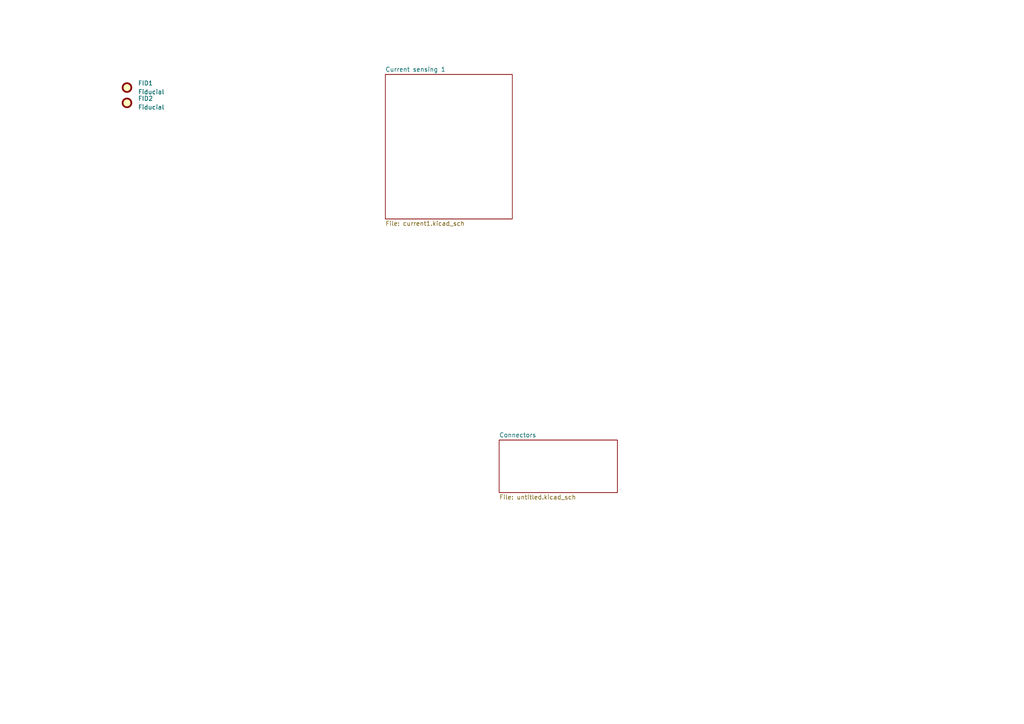
<source format=kicad_sch>
(kicad_sch (version 20231120) (generator "eeschema") (generator_version "8.0")
  (paper "A4")
  (lib_symbols
    (symbol "Mechanical:Fiducial"
      (property "Reference" "FID" (at 0 5.08 0))
      (property "Value" "Fiducial" (at 0 3.175 0))
      (symbol "Fiducial_0_1"
        (circle (center 0 0) (radius 1.27) (stroke (width 0.508)) (fill (type background)))
      )
    )
  )
  (symbol (lib_id "Mechanical:Fiducial") (at 36.83 25.4 0) (unit 1) (in_bom no)
    (property "Reference" "FID1" (at 40.005 24.13 0) (effects (justify left)))
    (property "Value" "Fiducial" (at 40.005 26.67 0) (effects (justify left)))
    (property "Footprint" "Fiducial:Fiducial_0.5mm_Mask1mm" (effects (hide yes)))
  )
  (symbol (lib_id "Mechanical:Fiducial") (at 36.83 29.845 0) (unit 1) (in_bom no)
    (property "Reference" "FID2" (at 40.005 28.575 0) (effects (justify left)))
    (property "Value" "Fiducial" (at 40.005 31.115 0) (effects (justify left)))
    (property "Footprint" "Fiducial:Fiducial_0.5mm_Mask1mm" (effects (hide yes)))
  )
  (sheet (at 111.76 21.59) (size 36.83 41.91) (stroke (width 0.1524))
    (property "Sheetname" "Current sensing 1" (at 111.76 20.8784 0) (effects (justify left bottom)))
    (property "Sheetfile" "current1.kicad_sch" (at 111.76 64.0846 0) (effects (justify left top)))
  )
  (sheet (at 144.78 127.635) (size 34.29 15.24) (stroke (width 0.1524))
    (property "Sheetname" "Connectors" (at 144.78 126.9234 0) (effects (justify left bottom)))
    (property "Sheetfile" "untitled.kicad_sch" (at 144.78 143.4596 0) (effects (justify left top)))
  )
)
</source>
